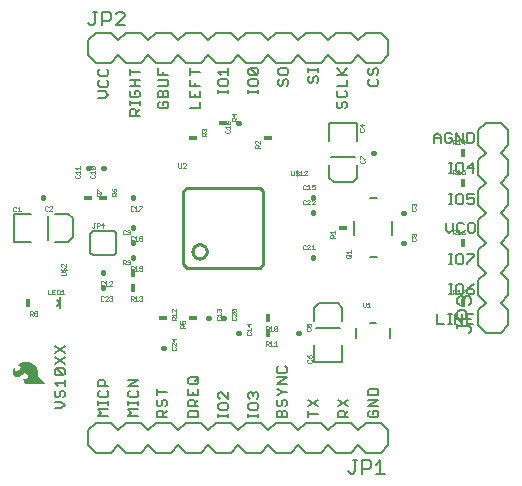
<source format=gbr>
G04 EAGLE Gerber RS-274X export*
G75*
%MOMM*%
%FSLAX34Y34*%
%LPD*%
%INSilkscreen Top*%
%IPPOS*%
%AMOC8*
5,1,8,0,0,1.08239X$1,22.5*%
G01*
%ADD10C,0.152400*%
%ADD11C,0.203200*%
%ADD12C,0.025400*%
%ADD13C,0.406400*%
%ADD14C,0.127000*%
%ADD15R,0.406400X0.711200*%
%ADD16C,0.254000*%
%ADD17R,0.711200X0.406400*%

G36*
X40620Y58297D02*
X40620Y58297D01*
X40624Y58295D01*
X40664Y58316D01*
X40706Y58333D01*
X40708Y58338D01*
X40712Y58340D01*
X40725Y58383D01*
X40741Y58425D01*
X40739Y58430D01*
X40741Y58434D01*
X40705Y58504D01*
X40700Y58514D01*
X40699Y58515D01*
X35217Y63387D01*
X34435Y64241D01*
X33846Y65231D01*
X33719Y65582D01*
X33654Y65950D01*
X33654Y68225D01*
X33652Y68230D01*
X33654Y68236D01*
X33530Y69600D01*
X33524Y69610D01*
X33526Y69622D01*
X33158Y70941D01*
X33150Y70949D01*
X33149Y70962D01*
X32549Y72192D01*
X32542Y72199D01*
X32539Y72210D01*
X31722Y73367D01*
X31714Y73372D01*
X31711Y73381D01*
X30739Y74412D01*
X30731Y74416D01*
X30728Y74422D01*
X30727Y74423D01*
X30726Y74424D01*
X29619Y75309D01*
X29609Y75311D01*
X29602Y75320D01*
X27921Y76267D01*
X27910Y76268D01*
X27900Y76276D01*
X26076Y76904D01*
X26065Y76903D01*
X26054Y76910D01*
X24147Y77198D01*
X24136Y77195D01*
X24124Y77200D01*
X22196Y77139D01*
X22187Y77135D01*
X22175Y77137D01*
X21136Y76930D01*
X21128Y76925D01*
X21118Y76925D01*
X20120Y76567D01*
X20113Y76561D01*
X20102Y76560D01*
X19168Y76058D01*
X19161Y76049D01*
X19149Y76046D01*
X18012Y75139D01*
X18006Y75128D01*
X17993Y75121D01*
X17072Y73995D01*
X17060Y73952D01*
X17044Y73911D01*
X17046Y73906D01*
X17045Y73900D01*
X17067Y73862D01*
X17085Y73822D01*
X17091Y73819D01*
X17093Y73815D01*
X17122Y73807D01*
X17170Y73789D01*
X18050Y73789D01*
X18171Y73773D01*
X18273Y73729D01*
X18613Y73455D01*
X18861Y73094D01*
X18926Y72920D01*
X18984Y72382D01*
X18886Y71852D01*
X18637Y71364D01*
X17986Y70462D01*
X17632Y70050D01*
X17222Y69699D01*
X16764Y69416D01*
X16270Y69210D01*
X15970Y69151D01*
X15667Y69163D01*
X15148Y69320D01*
X14688Y69606D01*
X14318Y70001D01*
X14063Y70482D01*
X13925Y70972D01*
X13867Y71483D01*
X13867Y72086D01*
X13867Y72087D01*
X13858Y72109D01*
X13829Y72177D01*
X13737Y72212D01*
X13727Y72208D01*
X13652Y72174D01*
X13649Y72172D01*
X13648Y72171D01*
X13647Y72170D01*
X13627Y72149D01*
X13625Y72145D01*
X13622Y72144D01*
X13621Y72140D01*
X13616Y72138D01*
X13278Y71703D01*
X13274Y71688D01*
X13262Y71676D01*
X13041Y71172D01*
X13041Y71171D01*
X12889Y70815D01*
X12788Y70587D01*
X12788Y70577D01*
X12781Y70567D01*
X12561Y69689D01*
X12563Y69680D01*
X12558Y69670D01*
X12472Y68770D01*
X12476Y68760D01*
X12472Y68748D01*
X12538Y67880D01*
X12544Y67869D01*
X12543Y67856D01*
X12774Y67016D01*
X12782Y67006D01*
X12783Y66993D01*
X13171Y66213D01*
X13179Y66206D01*
X13182Y66195D01*
X13742Y65418D01*
X13749Y65414D01*
X13753Y65405D01*
X14411Y64709D01*
X14422Y64704D01*
X14430Y64693D01*
X15033Y64262D01*
X15048Y64259D01*
X15061Y64247D01*
X15753Y63980D01*
X15769Y63980D01*
X15784Y63972D01*
X16521Y63885D01*
X16536Y63890D01*
X16553Y63886D01*
X17288Y63985D01*
X17301Y63993D01*
X17318Y63993D01*
X18006Y64273D01*
X18015Y64282D01*
X18029Y64285D01*
X19787Y65472D01*
X19793Y65480D01*
X19803Y65484D01*
X21344Y66937D01*
X21779Y67307D01*
X22282Y67547D01*
X22830Y67649D01*
X23386Y67606D01*
X23911Y67420D01*
X24371Y67105D01*
X24736Y66680D01*
X25029Y66137D01*
X25227Y65551D01*
X25324Y64941D01*
X25289Y64230D01*
X25082Y63552D01*
X24717Y62946D01*
X24389Y62633D01*
X23985Y62427D01*
X23569Y62334D01*
X23141Y62334D01*
X22726Y62427D01*
X22588Y62499D01*
X22474Y62617D01*
X21875Y63441D01*
X21804Y63574D01*
X21776Y63712D01*
X21792Y63870D01*
X21778Y63913D01*
X21767Y63958D01*
X21763Y63960D01*
X21762Y63964D01*
X21721Y63984D01*
X21682Y64007D01*
X21678Y64006D01*
X21674Y64008D01*
X21631Y63993D01*
X21587Y63980D01*
X21585Y63977D01*
X21581Y63976D01*
X21562Y63938D01*
X21541Y63902D01*
X21465Y63419D01*
X21467Y63414D01*
X21464Y63409D01*
X21391Y62469D01*
X21393Y62463D01*
X21391Y62457D01*
X21392Y62454D01*
X21391Y62449D01*
X21464Y61509D01*
X21469Y61499D01*
X21468Y61487D01*
X21652Y60788D01*
X21660Y60778D01*
X21661Y60764D01*
X21982Y60116D01*
X21991Y60108D01*
X21995Y60094D01*
X22440Y59524D01*
X22451Y59518D01*
X22457Y59506D01*
X23007Y59036D01*
X23019Y59032D01*
X23028Y59021D01*
X23760Y58620D01*
X23773Y58619D01*
X23784Y58610D01*
X24583Y58370D01*
X24596Y58371D01*
X24609Y58365D01*
X25440Y58295D01*
X25446Y58297D01*
X25451Y58295D01*
X40615Y58295D01*
X40620Y58297D01*
G37*
D10*
X93218Y31242D02*
X84575Y31242D01*
X87456Y34123D01*
X84575Y37004D01*
X93218Y37004D01*
X93218Y40597D02*
X93218Y43478D01*
X93218Y42038D02*
X84575Y42038D01*
X84575Y43478D02*
X84575Y40597D01*
X84575Y51156D02*
X86015Y52596D01*
X84575Y51156D02*
X84575Y48275D01*
X86015Y46834D01*
X91777Y46834D01*
X93218Y48275D01*
X93218Y51156D01*
X91777Y52596D01*
X93218Y56189D02*
X84575Y56189D01*
X84575Y60511D01*
X86015Y61951D01*
X88896Y61951D01*
X90337Y60511D01*
X90337Y56189D01*
X109975Y31242D02*
X118618Y31242D01*
X112856Y34123D02*
X109975Y31242D01*
X112856Y34123D02*
X109975Y37004D01*
X118618Y37004D01*
X118618Y40597D02*
X118618Y43478D01*
X118618Y42038D02*
X109975Y42038D01*
X109975Y43478D02*
X109975Y40597D01*
X109975Y51156D02*
X111415Y52596D01*
X109975Y51156D02*
X109975Y48275D01*
X111415Y46834D01*
X117177Y46834D01*
X118618Y48275D01*
X118618Y51156D01*
X117177Y52596D01*
X118618Y56189D02*
X109975Y56189D01*
X118618Y61951D01*
X109975Y61951D01*
X134105Y29972D02*
X142748Y29972D01*
X134105Y29972D02*
X134105Y34294D01*
X135545Y35734D01*
X138426Y35734D01*
X139867Y34294D01*
X139867Y29972D01*
X139867Y32853D02*
X142748Y35734D01*
X134105Y43649D02*
X135545Y45089D01*
X134105Y43649D02*
X134105Y40768D01*
X135545Y39327D01*
X136986Y39327D01*
X138426Y40768D01*
X138426Y43649D01*
X139867Y45089D01*
X141307Y45089D01*
X142748Y43649D01*
X142748Y40768D01*
X141307Y39327D01*
X142748Y51564D02*
X134105Y51564D01*
X134105Y54445D02*
X134105Y48682D01*
X160775Y29972D02*
X169418Y29972D01*
X169418Y34294D01*
X167977Y35734D01*
X162215Y35734D01*
X160775Y34294D01*
X160775Y29972D01*
X160775Y39327D02*
X169418Y39327D01*
X160775Y39327D02*
X160775Y43649D01*
X162215Y45089D01*
X165096Y45089D01*
X166537Y43649D01*
X166537Y39327D01*
X166537Y42208D02*
X169418Y45089D01*
X160775Y48682D02*
X160775Y54445D01*
X160775Y48682D02*
X169418Y48682D01*
X169418Y54445D01*
X165096Y51564D02*
X165096Y48682D01*
X167977Y58038D02*
X162215Y58038D01*
X160775Y59478D01*
X160775Y62359D01*
X162215Y63800D01*
X167977Y63800D01*
X169418Y62359D01*
X169418Y59478D01*
X167977Y58038D01*
X166537Y60919D02*
X169418Y63800D01*
X194818Y32853D02*
X194818Y29972D01*
X194818Y31413D02*
X186175Y31413D01*
X186175Y32853D02*
X186175Y29972D01*
X186175Y37649D02*
X186175Y40530D01*
X186175Y37649D02*
X187615Y36209D01*
X193377Y36209D01*
X194818Y37649D01*
X194818Y40530D01*
X193377Y41971D01*
X187615Y41971D01*
X186175Y40530D01*
X194818Y45564D02*
X194818Y51326D01*
X194818Y45564D02*
X189056Y51326D01*
X187615Y51326D01*
X186175Y49886D01*
X186175Y47005D01*
X187615Y45564D01*
X220218Y32853D02*
X220218Y29972D01*
X220218Y31413D02*
X211575Y31413D01*
X211575Y32853D02*
X211575Y29972D01*
X211575Y37649D02*
X211575Y40530D01*
X211575Y37649D02*
X213015Y36209D01*
X218777Y36209D01*
X220218Y37649D01*
X220218Y40530D01*
X218777Y41971D01*
X213015Y41971D01*
X211575Y40530D01*
X213015Y45564D02*
X211575Y47005D01*
X211575Y49886D01*
X213015Y51326D01*
X214456Y51326D01*
X215896Y49886D01*
X215896Y48445D01*
X215896Y49886D02*
X217337Y51326D01*
X218777Y51326D01*
X220218Y49886D01*
X220218Y47005D01*
X218777Y45564D01*
X235705Y29972D02*
X244348Y29972D01*
X235705Y29972D02*
X235705Y34294D01*
X237145Y35734D01*
X238586Y35734D01*
X240026Y34294D01*
X241467Y35734D01*
X242907Y35734D01*
X244348Y34294D01*
X244348Y29972D01*
X240026Y29972D02*
X240026Y34294D01*
X235705Y43649D02*
X237145Y45089D01*
X235705Y43649D02*
X235705Y40768D01*
X237145Y39327D01*
X238586Y39327D01*
X240026Y40768D01*
X240026Y43649D01*
X241467Y45089D01*
X242907Y45089D01*
X244348Y43649D01*
X244348Y40768D01*
X242907Y39327D01*
X237145Y48682D02*
X235705Y48682D01*
X237145Y48682D02*
X240026Y51564D01*
X237145Y54445D01*
X235705Y54445D01*
X240026Y51564D02*
X244348Y51564D01*
X244348Y58038D02*
X235705Y58038D01*
X244348Y63800D01*
X235705Y63800D01*
X235705Y71714D02*
X237145Y73155D01*
X235705Y71714D02*
X235705Y68833D01*
X237145Y67393D01*
X242907Y67393D01*
X244348Y68833D01*
X244348Y71714D01*
X242907Y73155D01*
X262375Y32853D02*
X271018Y32853D01*
X262375Y29972D02*
X262375Y35734D01*
X262375Y39327D02*
X271018Y45089D01*
X271018Y39327D02*
X262375Y45089D01*
X287775Y29972D02*
X296418Y29972D01*
X287775Y29972D02*
X287775Y34294D01*
X289215Y35734D01*
X292096Y35734D01*
X293537Y34294D01*
X293537Y29972D01*
X293537Y32853D02*
X296418Y35734D01*
X296418Y45089D02*
X287775Y39327D01*
X287775Y45089D02*
X296418Y39327D01*
X313175Y34294D02*
X314615Y35734D01*
X313175Y34294D02*
X313175Y31413D01*
X314615Y29972D01*
X320377Y29972D01*
X321818Y31413D01*
X321818Y34294D01*
X320377Y35734D01*
X317496Y35734D01*
X317496Y32853D01*
X313175Y39327D02*
X321818Y39327D01*
X321818Y45089D02*
X313175Y39327D01*
X313175Y45089D02*
X321818Y45089D01*
X321818Y48682D02*
X313175Y48682D01*
X321818Y48682D02*
X321818Y53004D01*
X320377Y54445D01*
X314615Y54445D01*
X313175Y53004D01*
X313175Y48682D01*
X371602Y108712D02*
X371602Y117355D01*
X371602Y108712D02*
X377364Y108712D01*
X380957Y108712D02*
X383838Y108712D01*
X382398Y108712D02*
X382398Y117355D01*
X383838Y117355D02*
X380957Y117355D01*
X387194Y117355D02*
X387194Y108712D01*
X392956Y108712D02*
X387194Y117355D01*
X392956Y117355D02*
X392956Y108712D01*
X396549Y117355D02*
X402311Y117355D01*
X396549Y117355D02*
X396549Y108712D01*
X402311Y108712D01*
X399430Y113034D02*
X396549Y113034D01*
X384643Y134112D02*
X381762Y134112D01*
X383203Y134112D02*
X383203Y142755D01*
X384643Y142755D02*
X381762Y142755D01*
X389439Y142755D02*
X392320Y142755D01*
X389439Y142755D02*
X387999Y141315D01*
X387999Y135553D01*
X389439Y134112D01*
X392320Y134112D01*
X393761Y135553D01*
X393761Y141315D01*
X392320Y142755D01*
X400235Y141315D02*
X403116Y142755D01*
X400235Y141315D02*
X397354Y138434D01*
X397354Y135553D01*
X398795Y134112D01*
X401676Y134112D01*
X403116Y135553D01*
X403116Y136993D01*
X401676Y138434D01*
X397354Y138434D01*
X384643Y159512D02*
X381762Y159512D01*
X383203Y159512D02*
X383203Y168155D01*
X384643Y168155D02*
X381762Y168155D01*
X389439Y168155D02*
X392320Y168155D01*
X389439Y168155D02*
X387999Y166715D01*
X387999Y160953D01*
X389439Y159512D01*
X392320Y159512D01*
X393761Y160953D01*
X393761Y166715D01*
X392320Y168155D01*
X397354Y168155D02*
X403116Y168155D01*
X403116Y166715D01*
X397354Y160953D01*
X397354Y159512D01*
X379222Y189063D02*
X379222Y194825D01*
X379222Y189063D02*
X382103Y186182D01*
X384984Y189063D01*
X384984Y194825D01*
X392899Y194825D02*
X394339Y193385D01*
X392899Y194825D02*
X390018Y194825D01*
X388577Y193385D01*
X388577Y187623D01*
X390018Y186182D01*
X392899Y186182D01*
X394339Y187623D01*
X399373Y194825D02*
X402254Y194825D01*
X399373Y194825D02*
X397932Y193385D01*
X397932Y187623D01*
X399373Y186182D01*
X402254Y186182D01*
X403695Y187623D01*
X403695Y193385D01*
X402254Y194825D01*
X384643Y210312D02*
X381762Y210312D01*
X383203Y210312D02*
X383203Y218955D01*
X384643Y218955D02*
X381762Y218955D01*
X389439Y218955D02*
X392320Y218955D01*
X389439Y218955D02*
X387999Y217515D01*
X387999Y211753D01*
X389439Y210312D01*
X392320Y210312D01*
X393761Y211753D01*
X393761Y217515D01*
X392320Y218955D01*
X397354Y218955D02*
X403116Y218955D01*
X397354Y218955D02*
X397354Y214634D01*
X400235Y216074D01*
X401676Y216074D01*
X403116Y214634D01*
X403116Y211753D01*
X401676Y210312D01*
X398795Y210312D01*
X397354Y211753D01*
X384643Y236982D02*
X381762Y236982D01*
X383203Y236982D02*
X383203Y245625D01*
X384643Y245625D02*
X381762Y245625D01*
X389439Y245625D02*
X392320Y245625D01*
X389439Y245625D02*
X387999Y244185D01*
X387999Y238423D01*
X389439Y236982D01*
X392320Y236982D01*
X393761Y238423D01*
X393761Y244185D01*
X392320Y245625D01*
X401676Y245625D02*
X401676Y236982D01*
X397354Y241304D02*
X401676Y245625D01*
X403116Y241304D02*
X397354Y241304D01*
X369062Y262382D02*
X369062Y268144D01*
X371943Y271025D01*
X374824Y268144D01*
X374824Y262382D01*
X374824Y266704D02*
X369062Y266704D01*
X382739Y271025D02*
X384179Y269585D01*
X382739Y271025D02*
X379858Y271025D01*
X378417Y269585D01*
X378417Y263823D01*
X379858Y262382D01*
X382739Y262382D01*
X384179Y263823D01*
X384179Y266704D01*
X381298Y266704D01*
X387772Y271025D02*
X387772Y262382D01*
X393535Y262382D02*
X387772Y271025D01*
X393535Y271025D02*
X393535Y262382D01*
X397128Y262382D02*
X397128Y271025D01*
X397128Y262382D02*
X401449Y262382D01*
X402890Y263823D01*
X402890Y269585D01*
X401449Y271025D01*
X397128Y271025D01*
X314615Y316404D02*
X313175Y314964D01*
X313175Y312083D01*
X314615Y310642D01*
X320377Y310642D01*
X321818Y312083D01*
X321818Y314964D01*
X320377Y316404D01*
X313175Y324319D02*
X314615Y325759D01*
X313175Y324319D02*
X313175Y321438D01*
X314615Y319997D01*
X316056Y319997D01*
X317496Y321438D01*
X317496Y324319D01*
X318937Y325759D01*
X320377Y325759D01*
X321818Y324319D01*
X321818Y321438D01*
X320377Y319997D01*
X287945Y297354D02*
X286505Y295914D01*
X286505Y293033D01*
X287945Y291592D01*
X289386Y291592D01*
X290826Y293033D01*
X290826Y295914D01*
X292267Y297354D01*
X293707Y297354D01*
X295148Y295914D01*
X295148Y293033D01*
X293707Y291592D01*
X286505Y305269D02*
X287945Y306709D01*
X286505Y305269D02*
X286505Y302388D01*
X287945Y300947D01*
X293707Y300947D01*
X295148Y302388D01*
X295148Y305269D01*
X293707Y306709D01*
X295148Y310302D02*
X286505Y310302D01*
X295148Y310302D02*
X295148Y316065D01*
X295148Y319658D02*
X286505Y319658D01*
X292267Y319658D02*
X286505Y325420D01*
X290826Y321098D02*
X295148Y325420D01*
X263815Y318944D02*
X262375Y317504D01*
X262375Y314623D01*
X263815Y313182D01*
X265256Y313182D01*
X266696Y314623D01*
X266696Y317504D01*
X268137Y318944D01*
X269577Y318944D01*
X271018Y317504D01*
X271018Y314623D01*
X269577Y313182D01*
X271018Y322537D02*
X271018Y325418D01*
X271018Y323978D02*
X262375Y323978D01*
X262375Y325418D02*
X262375Y322537D01*
X238415Y316404D02*
X236975Y314964D01*
X236975Y312083D01*
X238415Y310642D01*
X239856Y310642D01*
X241296Y312083D01*
X241296Y314964D01*
X242737Y316404D01*
X244177Y316404D01*
X245618Y314964D01*
X245618Y312083D01*
X244177Y310642D01*
X236975Y321438D02*
X236975Y324319D01*
X236975Y321438D02*
X238415Y319997D01*
X244177Y319997D01*
X245618Y321438D01*
X245618Y324319D01*
X244177Y325759D01*
X238415Y325759D01*
X236975Y324319D01*
X220218Y307173D02*
X220218Y304292D01*
X220218Y305733D02*
X211575Y305733D01*
X211575Y307173D02*
X211575Y304292D01*
X211575Y311969D02*
X211575Y314850D01*
X211575Y311969D02*
X213015Y310529D01*
X218777Y310529D01*
X220218Y311969D01*
X220218Y314850D01*
X218777Y316291D01*
X213015Y316291D01*
X211575Y314850D01*
X213015Y319884D02*
X218777Y319884D01*
X213015Y319884D02*
X211575Y321325D01*
X211575Y324206D01*
X213015Y325646D01*
X218777Y325646D01*
X220218Y324206D01*
X220218Y321325D01*
X218777Y319884D01*
X213015Y325646D01*
X194818Y307173D02*
X194818Y304292D01*
X194818Y305733D02*
X186175Y305733D01*
X186175Y307173D02*
X186175Y304292D01*
X186175Y311969D02*
X186175Y314850D01*
X186175Y311969D02*
X187615Y310529D01*
X193377Y310529D01*
X194818Y311969D01*
X194818Y314850D01*
X193377Y316291D01*
X187615Y316291D01*
X186175Y314850D01*
X189056Y319884D02*
X186175Y322765D01*
X194818Y322765D01*
X194818Y319884D02*
X194818Y325646D01*
X170688Y291592D02*
X162045Y291592D01*
X170688Y291592D02*
X170688Y297354D01*
X162045Y300947D02*
X162045Y306709D01*
X162045Y300947D02*
X170688Y300947D01*
X170688Y306709D01*
X166366Y303828D02*
X166366Y300947D01*
X162045Y310302D02*
X170688Y310302D01*
X162045Y310302D02*
X162045Y316065D01*
X166366Y313184D02*
X166366Y310302D01*
X170688Y322539D02*
X162045Y322539D01*
X162045Y319658D02*
X162045Y325420D01*
X136815Y297354D02*
X135375Y295914D01*
X135375Y293033D01*
X136815Y291592D01*
X142577Y291592D01*
X144018Y293033D01*
X144018Y295914D01*
X142577Y297354D01*
X139696Y297354D01*
X139696Y294473D01*
X135375Y300947D02*
X144018Y300947D01*
X135375Y300947D02*
X135375Y305269D01*
X136815Y306709D01*
X138256Y306709D01*
X139696Y305269D01*
X141137Y306709D01*
X142577Y306709D01*
X144018Y305269D01*
X144018Y300947D01*
X139696Y300947D02*
X139696Y305269D01*
X142577Y310302D02*
X135375Y310302D01*
X142577Y310302D02*
X144018Y311743D01*
X144018Y314624D01*
X142577Y316065D01*
X135375Y316065D01*
X135375Y319658D02*
X144018Y319658D01*
X135375Y319658D02*
X135375Y325420D01*
X139696Y322539D02*
X139696Y319658D01*
X119888Y285242D02*
X111245Y285242D01*
X111245Y289564D01*
X112685Y291004D01*
X115566Y291004D01*
X117007Y289564D01*
X117007Y285242D01*
X117007Y288123D02*
X119888Y291004D01*
X119888Y294597D02*
X119888Y297478D01*
X119888Y296038D02*
X111245Y296038D01*
X111245Y297478D02*
X111245Y294597D01*
X111245Y305156D02*
X112685Y306596D01*
X111245Y305156D02*
X111245Y302275D01*
X112685Y300834D01*
X118447Y300834D01*
X119888Y302275D01*
X119888Y305156D01*
X118447Y306596D01*
X115566Y306596D01*
X115566Y303715D01*
X111245Y310189D02*
X119888Y310189D01*
X115566Y310189D02*
X115566Y315951D01*
X111245Y315951D02*
X119888Y315951D01*
X119888Y322425D02*
X111245Y322425D01*
X111245Y319544D02*
X111245Y325307D01*
X90337Y300482D02*
X84575Y300482D01*
X90337Y300482D02*
X93218Y303363D01*
X90337Y306244D01*
X84575Y306244D01*
X84575Y314159D02*
X86015Y315599D01*
X84575Y314159D02*
X84575Y311278D01*
X86015Y309837D01*
X91777Y309837D01*
X93218Y311278D01*
X93218Y314159D01*
X91777Y315599D01*
X84575Y323514D02*
X86015Y324955D01*
X84575Y323514D02*
X84575Y320633D01*
X86015Y319192D01*
X91777Y319192D01*
X93218Y320633D01*
X93218Y323514D01*
X91777Y324955D01*
X53507Y37592D02*
X47745Y37592D01*
X53507Y37592D02*
X56388Y40473D01*
X53507Y43354D01*
X47745Y43354D01*
X47745Y51269D02*
X49185Y52709D01*
X47745Y51269D02*
X47745Y48388D01*
X49185Y46947D01*
X50626Y46947D01*
X52066Y48388D01*
X52066Y51269D01*
X53507Y52709D01*
X54947Y52709D01*
X56388Y51269D01*
X56388Y48388D01*
X54947Y46947D01*
X50626Y56302D02*
X47745Y59184D01*
X56388Y59184D01*
X56388Y62065D02*
X56388Y56302D01*
X54947Y65658D02*
X49185Y65658D01*
X47745Y67098D01*
X47745Y69979D01*
X49185Y71420D01*
X54947Y71420D01*
X56388Y69979D01*
X56388Y67098D01*
X54947Y65658D01*
X49185Y71420D01*
X47745Y75013D02*
X56388Y80775D01*
X56388Y75013D02*
X47745Y80775D01*
X47745Y84368D02*
X56388Y90130D01*
X56388Y84368D02*
X47745Y90130D01*
D11*
X331724Y97306D02*
X331724Y105894D01*
X303276Y105894D02*
X303276Y97306D01*
X314816Y109704D02*
X320184Y109704D01*
D12*
X308737Y123953D02*
X308737Y127130D01*
X308737Y123953D02*
X309373Y123317D01*
X310644Y123317D01*
X311279Y123953D01*
X311279Y127130D01*
X312479Y125859D02*
X313750Y127130D01*
X313750Y123317D01*
X312479Y123317D02*
X315021Y123317D01*
D13*
X254305Y101600D02*
X253695Y101600D01*
D12*
X261109Y105039D02*
X261744Y105675D01*
X261109Y105039D02*
X261109Y103768D01*
X261744Y103133D01*
X264286Y103133D01*
X264922Y103768D01*
X264922Y105039D01*
X264286Y105675D01*
X261109Y106875D02*
X261109Y109417D01*
X261109Y106875D02*
X263015Y106875D01*
X262380Y108146D01*
X262380Y108782D01*
X263015Y109417D01*
X264286Y109417D01*
X264922Y108782D01*
X264922Y107510D01*
X264286Y106875D01*
D11*
X291400Y91600D02*
X291400Y76600D01*
X267400Y76600D01*
X267400Y91600D01*
X291400Y111600D02*
X291400Y122600D01*
X287400Y126600D01*
X271400Y126600D01*
X267400Y122600D01*
X267400Y111600D01*
D14*
X269240Y105410D02*
X289560Y105410D01*
D12*
X262285Y78869D02*
X261650Y78234D01*
X261650Y76963D01*
X262285Y76327D01*
X264827Y76327D01*
X265463Y76963D01*
X265463Y78234D01*
X264827Y78869D01*
X262285Y81340D02*
X261650Y82611D01*
X262285Y81340D02*
X263556Y80069D01*
X264827Y80069D01*
X265463Y80705D01*
X265463Y81976D01*
X264827Y82611D01*
X264192Y82611D01*
X263556Y81976D01*
X263556Y80069D01*
D15*
X25400Y127000D03*
D12*
X26933Y119891D02*
X26933Y116078D01*
X26933Y119891D02*
X28839Y119891D01*
X29475Y119256D01*
X29475Y117985D01*
X28839Y117349D01*
X26933Y117349D01*
X28204Y117349D02*
X29475Y116078D01*
X30675Y119256D02*
X31310Y119891D01*
X32582Y119891D01*
X33217Y119256D01*
X33217Y118620D01*
X32582Y117985D01*
X33217Y117349D01*
X33217Y116714D01*
X32582Y116078D01*
X31310Y116078D01*
X30675Y116714D01*
X30675Y117349D01*
X31310Y117985D01*
X30675Y118620D01*
X30675Y119256D01*
X31310Y117985D02*
X32582Y117985D01*
D11*
X52500Y122400D02*
X52500Y127000D01*
X52500Y131600D01*
X52500Y127000D02*
X49400Y124662D01*
X52346Y127254D02*
X49400Y129184D01*
D12*
X42037Y134112D02*
X42037Y137925D01*
X42037Y134112D02*
X44579Y134112D01*
X45779Y137925D02*
X48321Y137925D01*
X45779Y137925D02*
X45779Y134112D01*
X48321Y134112D01*
X47050Y136019D02*
X45779Y136019D01*
X49521Y137925D02*
X49521Y134112D01*
X51428Y134112D01*
X52063Y134748D01*
X52063Y137290D01*
X51428Y137925D01*
X49521Y137925D01*
X53263Y136654D02*
X54534Y137925D01*
X54534Y134112D01*
X53263Y134112D02*
X55805Y134112D01*
D16*
X156750Y221500D02*
X159500Y224250D01*
X221500Y224250D01*
X224250Y221500D01*
X224250Y159500D01*
X221500Y156750D01*
X159500Y156750D01*
X156750Y159500D01*
X156750Y221500D01*
X164500Y170500D02*
X164502Y170654D01*
X164508Y170809D01*
X164518Y170963D01*
X164532Y171117D01*
X164550Y171270D01*
X164571Y171423D01*
X164597Y171576D01*
X164627Y171727D01*
X164660Y171878D01*
X164698Y172028D01*
X164739Y172177D01*
X164784Y172325D01*
X164833Y172471D01*
X164886Y172617D01*
X164942Y172760D01*
X165002Y172903D01*
X165066Y173043D01*
X165133Y173183D01*
X165204Y173320D01*
X165278Y173455D01*
X165356Y173589D01*
X165437Y173720D01*
X165522Y173849D01*
X165610Y173977D01*
X165701Y174101D01*
X165795Y174224D01*
X165893Y174344D01*
X165993Y174461D01*
X166097Y174576D01*
X166203Y174688D01*
X166312Y174797D01*
X166424Y174903D01*
X166539Y175007D01*
X166656Y175107D01*
X166776Y175205D01*
X166899Y175299D01*
X167023Y175390D01*
X167151Y175478D01*
X167280Y175563D01*
X167411Y175644D01*
X167545Y175722D01*
X167680Y175796D01*
X167817Y175867D01*
X167957Y175934D01*
X168097Y175998D01*
X168240Y176058D01*
X168383Y176114D01*
X168529Y176167D01*
X168675Y176216D01*
X168823Y176261D01*
X168972Y176302D01*
X169122Y176340D01*
X169273Y176373D01*
X169424Y176403D01*
X169577Y176429D01*
X169730Y176450D01*
X169883Y176468D01*
X170037Y176482D01*
X170191Y176492D01*
X170346Y176498D01*
X170500Y176500D01*
X170654Y176498D01*
X170809Y176492D01*
X170963Y176482D01*
X171117Y176468D01*
X171270Y176450D01*
X171423Y176429D01*
X171576Y176403D01*
X171727Y176373D01*
X171878Y176340D01*
X172028Y176302D01*
X172177Y176261D01*
X172325Y176216D01*
X172471Y176167D01*
X172617Y176114D01*
X172760Y176058D01*
X172903Y175998D01*
X173043Y175934D01*
X173183Y175867D01*
X173320Y175796D01*
X173455Y175722D01*
X173589Y175644D01*
X173720Y175563D01*
X173849Y175478D01*
X173977Y175390D01*
X174101Y175299D01*
X174224Y175205D01*
X174344Y175107D01*
X174461Y175007D01*
X174576Y174903D01*
X174688Y174797D01*
X174797Y174688D01*
X174903Y174576D01*
X175007Y174461D01*
X175107Y174344D01*
X175205Y174224D01*
X175299Y174101D01*
X175390Y173977D01*
X175478Y173849D01*
X175563Y173720D01*
X175644Y173589D01*
X175722Y173455D01*
X175796Y173320D01*
X175867Y173183D01*
X175934Y173043D01*
X175998Y172903D01*
X176058Y172760D01*
X176114Y172617D01*
X176167Y172471D01*
X176216Y172325D01*
X176261Y172177D01*
X176302Y172028D01*
X176340Y171878D01*
X176373Y171727D01*
X176403Y171576D01*
X176429Y171423D01*
X176450Y171270D01*
X176468Y171117D01*
X176482Y170963D01*
X176492Y170809D01*
X176498Y170654D01*
X176500Y170500D01*
X176498Y170346D01*
X176492Y170191D01*
X176482Y170037D01*
X176468Y169883D01*
X176450Y169730D01*
X176429Y169577D01*
X176403Y169424D01*
X176373Y169273D01*
X176340Y169122D01*
X176302Y168972D01*
X176261Y168823D01*
X176216Y168675D01*
X176167Y168529D01*
X176114Y168383D01*
X176058Y168240D01*
X175998Y168097D01*
X175934Y167957D01*
X175867Y167817D01*
X175796Y167680D01*
X175722Y167545D01*
X175644Y167411D01*
X175563Y167280D01*
X175478Y167151D01*
X175390Y167023D01*
X175299Y166899D01*
X175205Y166776D01*
X175107Y166656D01*
X175007Y166539D01*
X174903Y166424D01*
X174797Y166312D01*
X174688Y166203D01*
X174576Y166097D01*
X174461Y165993D01*
X174344Y165893D01*
X174224Y165795D01*
X174101Y165701D01*
X173977Y165610D01*
X173849Y165522D01*
X173720Y165437D01*
X173589Y165356D01*
X173455Y165278D01*
X173320Y165204D01*
X173183Y165133D01*
X173043Y165066D01*
X172903Y165002D01*
X172760Y164942D01*
X172617Y164886D01*
X172471Y164833D01*
X172325Y164784D01*
X172177Y164739D01*
X172028Y164698D01*
X171878Y164660D01*
X171727Y164627D01*
X171576Y164597D01*
X171423Y164571D01*
X171270Y164550D01*
X171117Y164532D01*
X170963Y164518D01*
X170809Y164508D01*
X170654Y164502D01*
X170500Y164500D01*
X170346Y164502D01*
X170191Y164508D01*
X170037Y164518D01*
X169883Y164532D01*
X169730Y164550D01*
X169577Y164571D01*
X169424Y164597D01*
X169273Y164627D01*
X169122Y164660D01*
X168972Y164698D01*
X168823Y164739D01*
X168675Y164784D01*
X168529Y164833D01*
X168383Y164886D01*
X168240Y164942D01*
X168097Y165002D01*
X167957Y165066D01*
X167817Y165133D01*
X167680Y165204D01*
X167545Y165278D01*
X167411Y165356D01*
X167280Y165437D01*
X167151Y165522D01*
X167023Y165610D01*
X166899Y165701D01*
X166776Y165795D01*
X166656Y165893D01*
X166539Y165993D01*
X166424Y166097D01*
X166312Y166203D01*
X166203Y166312D01*
X166097Y166424D01*
X165993Y166539D01*
X165893Y166656D01*
X165795Y166776D01*
X165701Y166899D01*
X165610Y167023D01*
X165522Y167151D01*
X165437Y167280D01*
X165356Y167411D01*
X165278Y167545D01*
X165204Y167680D01*
X165133Y167817D01*
X165066Y167957D01*
X165002Y168097D01*
X164942Y168240D01*
X164886Y168383D01*
X164833Y168529D01*
X164784Y168675D01*
X164739Y168823D01*
X164698Y168972D01*
X164660Y169122D01*
X164627Y169273D01*
X164597Y169424D01*
X164571Y169577D01*
X164550Y169730D01*
X164532Y169883D01*
X164518Y170037D01*
X164508Y170191D01*
X164502Y170346D01*
X164500Y170500D01*
D12*
X152527Y242063D02*
X152527Y245240D01*
X152527Y242063D02*
X153163Y241427D01*
X154434Y241427D01*
X155069Y242063D01*
X155069Y245240D01*
X156269Y241427D02*
X158811Y241427D01*
X156269Y241427D02*
X158811Y243969D01*
X158811Y244605D01*
X158176Y245240D01*
X156905Y245240D01*
X156269Y244605D01*
D11*
X28100Y178500D02*
X13100Y178500D01*
X13100Y202500D01*
X28100Y202500D01*
X48100Y178500D02*
X59100Y178500D01*
X63100Y182500D01*
X63100Y198500D01*
X59100Y202500D01*
X48100Y202500D01*
D14*
X41910Y200660D02*
X41910Y180340D01*
D12*
X15369Y207615D02*
X14734Y208250D01*
X13463Y208250D01*
X12827Y207615D01*
X12827Y205073D01*
X13463Y204437D01*
X14734Y204437D01*
X15369Y205073D01*
X16569Y206979D02*
X17840Y208250D01*
X17840Y204437D01*
X16569Y204437D02*
X19111Y204437D01*
D13*
X38100Y215595D02*
X38100Y216205D01*
D12*
X41539Y208791D02*
X42175Y208156D01*
X41539Y208791D02*
X40268Y208791D01*
X39633Y208156D01*
X39633Y205614D01*
X40268Y204978D01*
X41539Y204978D01*
X42175Y205614D01*
X43375Y204978D02*
X45917Y204978D01*
X43375Y204978D02*
X45917Y207520D01*
X45917Y208156D01*
X45282Y208791D01*
X44010Y208791D01*
X43375Y208156D01*
D13*
X342595Y203200D02*
X343205Y203200D01*
D12*
X350009Y206639D02*
X350644Y207275D01*
X350009Y206639D02*
X350009Y205368D01*
X350644Y204733D01*
X353186Y204733D01*
X353822Y205368D01*
X353822Y206639D01*
X353186Y207275D01*
X350644Y208475D02*
X350009Y209110D01*
X350009Y210382D01*
X350644Y211017D01*
X351280Y211017D01*
X351915Y210382D01*
X351915Y209746D01*
X351915Y210382D02*
X352551Y211017D01*
X353186Y211017D01*
X353822Y210382D01*
X353822Y209110D01*
X353186Y208475D01*
D13*
X343205Y177800D02*
X342595Y177800D01*
D12*
X350009Y181239D02*
X350644Y181875D01*
X350009Y181239D02*
X350009Y179968D01*
X350644Y179333D01*
X353186Y179333D01*
X353822Y179968D01*
X353822Y181239D01*
X353186Y181875D01*
X350644Y183075D02*
X350009Y183710D01*
X350009Y184982D01*
X350644Y185617D01*
X351280Y185617D01*
X351915Y184982D01*
X352551Y185617D01*
X353186Y185617D01*
X353822Y184982D01*
X353822Y183710D01*
X353186Y183075D01*
X352551Y183075D01*
X351915Y183710D01*
X351280Y183075D01*
X350644Y183075D01*
X351915Y183710D02*
X351915Y184982D01*
D11*
X301500Y184500D02*
X301500Y196500D01*
X314500Y215500D02*
X320500Y215500D01*
X333500Y196500D02*
X333500Y184500D01*
X320500Y165500D02*
X314500Y165500D01*
D12*
X297687Y165227D02*
X295145Y165227D01*
X294510Y165863D01*
X294510Y167134D01*
X295145Y167769D01*
X297687Y167769D01*
X298323Y167134D01*
X298323Y165863D01*
X297687Y165227D01*
X297052Y166498D02*
X298323Y167769D01*
X295781Y168969D02*
X294510Y170240D01*
X298323Y170240D01*
X298323Y168969D02*
X298323Y171511D01*
D17*
X292100Y190500D03*
D12*
X284988Y181737D02*
X281175Y181737D01*
X281175Y183644D01*
X281810Y184279D01*
X283081Y184279D01*
X283717Y183644D01*
X283717Y181737D01*
X283717Y183008D02*
X284988Y184279D01*
X282446Y185479D02*
X281175Y186750D01*
X284988Y186750D01*
X284988Y185479D02*
X284988Y188021D01*
D13*
X114300Y178105D02*
X114300Y177495D01*
D12*
X108079Y188090D02*
X107444Y188725D01*
X106173Y188725D01*
X105537Y188090D01*
X105537Y185548D01*
X106173Y184912D01*
X107444Y184912D01*
X108079Y185548D01*
X109279Y185548D02*
X109915Y184912D01*
X111186Y184912D01*
X111821Y185548D01*
X111821Y188090D01*
X111186Y188725D01*
X109915Y188725D01*
X109279Y188090D01*
X109279Y187454D01*
X109915Y186819D01*
X111821Y186819D01*
D17*
X228600Y266700D03*
D12*
X221488Y257937D02*
X217675Y257937D01*
X217675Y259844D01*
X218310Y260479D01*
X219581Y260479D01*
X220217Y259844D01*
X220217Y257937D01*
X220217Y259208D02*
X221488Y260479D01*
X221488Y261679D02*
X221488Y264221D01*
X221488Y261679D02*
X218946Y264221D01*
X218310Y264221D01*
X217675Y263586D01*
X217675Y262315D01*
X218310Y261679D01*
D17*
X165100Y114300D03*
D12*
X157988Y105537D02*
X154175Y105537D01*
X154175Y107444D01*
X154810Y108079D01*
X156081Y108079D01*
X156717Y107444D01*
X156717Y105537D01*
X156717Y106808D02*
X157988Y108079D01*
X154175Y109279D02*
X154175Y111821D01*
X154175Y109279D02*
X156081Y109279D01*
X155446Y110550D01*
X155446Y111186D01*
X156081Y111821D01*
X157352Y111821D01*
X157988Y111186D01*
X157988Y109915D01*
X157352Y109279D01*
D17*
X88900Y215900D03*
D12*
X96009Y217433D02*
X99822Y217433D01*
X96009Y217433D02*
X96009Y219339D01*
X96644Y219975D01*
X97915Y219975D01*
X98551Y219339D01*
X98551Y217433D01*
X98551Y218704D02*
X99822Y219975D01*
X96644Y222446D02*
X96009Y223717D01*
X96644Y222446D02*
X97915Y221175D01*
X99186Y221175D01*
X99822Y221810D01*
X99822Y223082D01*
X99186Y223717D01*
X98551Y223717D01*
X97915Y223082D01*
X97915Y221175D01*
D17*
X76200Y215900D03*
D12*
X83309Y217433D02*
X87122Y217433D01*
X83309Y217433D02*
X83309Y219339D01*
X83944Y219975D01*
X85215Y219975D01*
X85851Y219339D01*
X85851Y217433D01*
X85851Y218704D02*
X87122Y219975D01*
X83309Y221175D02*
X83309Y223717D01*
X83944Y223717D01*
X86486Y221175D01*
X87122Y221175D01*
D15*
X114300Y152400D03*
D12*
X105537Y159512D02*
X105537Y163325D01*
X107444Y163325D01*
X108079Y162690D01*
X108079Y161419D01*
X107444Y160783D01*
X105537Y160783D01*
X106808Y160783D02*
X108079Y159512D01*
X109279Y160148D02*
X109915Y159512D01*
X111186Y159512D01*
X111821Y160148D01*
X111821Y162690D01*
X111186Y163325D01*
X109915Y163325D01*
X109279Y162690D01*
X109279Y162054D01*
X109915Y161419D01*
X111821Y161419D01*
D13*
X89205Y241300D02*
X88595Y241300D01*
D12*
X78610Y235079D02*
X77975Y234444D01*
X77975Y233173D01*
X78610Y232537D01*
X81152Y232537D01*
X81788Y233173D01*
X81788Y234444D01*
X81152Y235079D01*
X79246Y236279D02*
X77975Y237550D01*
X81788Y237550D01*
X81788Y236279D02*
X81788Y238821D01*
X81152Y240021D02*
X78610Y240021D01*
X77975Y240657D01*
X77975Y241928D01*
X78610Y242563D01*
X81152Y242563D01*
X81788Y241928D01*
X81788Y240657D01*
X81152Y240021D01*
X78610Y242563D01*
D13*
X76505Y241300D02*
X75895Y241300D01*
D12*
X65910Y235079D02*
X65275Y234444D01*
X65275Y233173D01*
X65910Y232537D01*
X68452Y232537D01*
X69088Y233173D01*
X69088Y234444D01*
X68452Y235079D01*
X66546Y236279D02*
X65275Y237550D01*
X69088Y237550D01*
X69088Y236279D02*
X69088Y238821D01*
X66546Y240021D02*
X65275Y241292D01*
X69088Y241292D01*
X69088Y240021D02*
X69088Y242563D01*
D13*
X88900Y152705D02*
X88900Y152095D01*
D12*
X88597Y145291D02*
X89233Y144656D01*
X88597Y145291D02*
X87326Y145291D01*
X86691Y144656D01*
X86691Y142114D01*
X87326Y141478D01*
X88597Y141478D01*
X89233Y142114D01*
X90433Y144020D02*
X91704Y145291D01*
X91704Y141478D01*
X90433Y141478D02*
X92975Y141478D01*
X94175Y141478D02*
X96717Y141478D01*
X94175Y141478D02*
X96717Y144020D01*
X96717Y144656D01*
X96082Y145291D01*
X94810Y145291D01*
X94175Y144656D01*
X56641Y150191D02*
X53464Y150191D01*
X56641Y150191D02*
X57277Y150826D01*
X57277Y152097D01*
X56641Y152733D01*
X53464Y152733D01*
X56641Y153933D02*
X57277Y154568D01*
X57277Y155839D01*
X56641Y156475D01*
X56006Y156475D01*
X55370Y155839D01*
X55370Y154568D01*
X54735Y153933D01*
X54099Y153933D01*
X53464Y154568D01*
X53464Y155839D01*
X54099Y156475D01*
X52828Y155204D02*
X57913Y155204D01*
X57277Y157675D02*
X57277Y160217D01*
X57277Y157675D02*
X54735Y160217D01*
X54099Y160217D01*
X53464Y159582D01*
X53464Y158310D01*
X54099Y157675D01*
X248049Y235459D02*
X248049Y238636D01*
X248049Y235459D02*
X248684Y234823D01*
X249955Y234823D01*
X250591Y235459D01*
X250591Y238636D01*
X251791Y235459D02*
X252426Y234823D01*
X253697Y234823D01*
X254333Y235459D01*
X254333Y236094D01*
X253697Y236730D01*
X252426Y236730D01*
X251791Y237365D01*
X251791Y238001D01*
X252426Y238636D01*
X253697Y238636D01*
X254333Y238001D01*
X253062Y239272D02*
X253062Y234187D01*
X255533Y237365D02*
X256804Y238636D01*
X256804Y234823D01*
X255533Y234823D02*
X258075Y234823D01*
X259275Y234823D02*
X261817Y234823D01*
X259275Y234823D02*
X261817Y237365D01*
X261817Y238001D01*
X261182Y238636D01*
X259910Y238636D01*
X259275Y238001D01*
D11*
X280100Y264000D02*
X280100Y279000D01*
X304100Y279000D01*
X304100Y264000D01*
X280100Y244000D02*
X280100Y233000D01*
X284100Y229000D01*
X300100Y229000D01*
X304100Y233000D01*
X304100Y244000D01*
D14*
X302260Y250190D02*
X281940Y250190D01*
D12*
X306034Y273949D02*
X306669Y274585D01*
X306034Y273949D02*
X306034Y272678D01*
X306669Y272043D01*
X309211Y272043D01*
X309847Y272678D01*
X309847Y273949D01*
X309211Y274585D01*
X309847Y277692D02*
X306034Y277692D01*
X307940Y275785D01*
X307940Y278327D01*
D13*
X317195Y254000D02*
X317805Y254000D01*
D12*
X307210Y247779D02*
X306575Y247144D01*
X306575Y245873D01*
X307210Y245237D01*
X309752Y245237D01*
X310388Y245873D01*
X310388Y247144D01*
X309752Y247779D01*
X306575Y248979D02*
X306575Y251521D01*
X307210Y251521D01*
X309752Y248979D01*
X310388Y248979D01*
D13*
X178105Y114300D02*
X177495Y114300D01*
D12*
X184909Y113997D02*
X185544Y114633D01*
X184909Y113997D02*
X184909Y112726D01*
X185544Y112091D01*
X188086Y112091D01*
X188722Y112726D01*
X188722Y113997D01*
X188086Y114633D01*
X186180Y115833D02*
X184909Y117104D01*
X188722Y117104D01*
X188722Y115833D02*
X188722Y118375D01*
X185544Y119575D02*
X184909Y120210D01*
X184909Y121482D01*
X185544Y122117D01*
X186180Y122117D01*
X186815Y121482D01*
X186815Y120846D01*
X186815Y121482D02*
X187451Y122117D01*
X188086Y122117D01*
X188722Y121482D01*
X188722Y120210D01*
X188086Y119575D01*
D13*
X202895Y101600D02*
X203505Y101600D01*
D12*
X210309Y101297D02*
X210944Y101933D01*
X210309Y101297D02*
X210309Y100026D01*
X210944Y99391D01*
X213486Y99391D01*
X214122Y100026D01*
X214122Y101297D01*
X213486Y101933D01*
X211580Y103133D02*
X210309Y104404D01*
X214122Y104404D01*
X214122Y103133D02*
X214122Y105675D01*
X214122Y108782D02*
X210309Y108782D01*
X212215Y106875D01*
X212215Y109417D01*
D13*
X266700Y215595D02*
X266700Y216205D01*
D12*
X260479Y226190D02*
X259844Y226825D01*
X258573Y226825D01*
X257937Y226190D01*
X257937Y223648D01*
X258573Y223012D01*
X259844Y223012D01*
X260479Y223648D01*
X261679Y225554D02*
X262950Y226825D01*
X262950Y223012D01*
X261679Y223012D02*
X264221Y223012D01*
X265421Y226825D02*
X267963Y226825D01*
X265421Y226825D02*
X265421Y224919D01*
X266692Y225554D01*
X267328Y225554D01*
X267963Y224919D01*
X267963Y223648D01*
X267328Y223012D01*
X266057Y223012D01*
X265421Y223648D01*
D13*
X203505Y279400D02*
X202895Y279400D01*
D12*
X192910Y273179D02*
X192275Y272544D01*
X192275Y271273D01*
X192910Y270637D01*
X195452Y270637D01*
X196088Y271273D01*
X196088Y272544D01*
X195452Y273179D01*
X193546Y274379D02*
X192275Y275650D01*
X196088Y275650D01*
X196088Y274379D02*
X196088Y276921D01*
X192910Y279392D02*
X192275Y280663D01*
X192910Y279392D02*
X194181Y278121D01*
X195452Y278121D01*
X196088Y278757D01*
X196088Y280028D01*
X195452Y280663D01*
X194817Y280663D01*
X194181Y280028D01*
X194181Y278121D01*
D13*
X114300Y216205D02*
X114300Y215595D01*
D12*
X113997Y208791D02*
X114633Y208156D01*
X113997Y208791D02*
X112726Y208791D01*
X112091Y208156D01*
X112091Y205614D01*
X112726Y204978D01*
X113997Y204978D01*
X114633Y205614D01*
X115833Y207520D02*
X117104Y208791D01*
X117104Y204978D01*
X115833Y204978D02*
X118375Y204978D01*
X119575Y208791D02*
X122117Y208791D01*
X122117Y208156D01*
X119575Y205614D01*
X119575Y204978D01*
D13*
X114300Y190805D02*
X114300Y190195D01*
D12*
X113997Y183391D02*
X114633Y182756D01*
X113997Y183391D02*
X112726Y183391D01*
X112091Y182756D01*
X112091Y180214D01*
X112726Y179578D01*
X113997Y179578D01*
X114633Y180214D01*
X115833Y182120D02*
X117104Y183391D01*
X117104Y179578D01*
X115833Y179578D02*
X118375Y179578D01*
X119575Y182756D02*
X120210Y183391D01*
X121482Y183391D01*
X122117Y182756D01*
X122117Y182120D01*
X121482Y181485D01*
X122117Y180849D01*
X122117Y180214D01*
X121482Y179578D01*
X120210Y179578D01*
X119575Y180214D01*
X119575Y180849D01*
X120210Y181485D01*
X119575Y182120D01*
X119575Y182756D01*
X120210Y181485D02*
X121482Y181485D01*
D13*
X114300Y165405D02*
X114300Y164795D01*
D12*
X113997Y157991D02*
X114633Y157356D01*
X113997Y157991D02*
X112726Y157991D01*
X112091Y157356D01*
X112091Y154814D01*
X112726Y154178D01*
X113997Y154178D01*
X114633Y154814D01*
X115833Y156720D02*
X117104Y157991D01*
X117104Y154178D01*
X115833Y154178D02*
X118375Y154178D01*
X119575Y154814D02*
X120210Y154178D01*
X121482Y154178D01*
X122117Y154814D01*
X122117Y157356D01*
X121482Y157991D01*
X120210Y157991D01*
X119575Y157356D01*
X119575Y156720D01*
X120210Y156085D01*
X122117Y156085D01*
D13*
X190195Y114300D02*
X190805Y114300D01*
D12*
X197609Y113997D02*
X198244Y114633D01*
X197609Y113997D02*
X197609Y112726D01*
X198244Y112091D01*
X200786Y112091D01*
X201422Y112726D01*
X201422Y113997D01*
X200786Y114633D01*
X201422Y115833D02*
X201422Y118375D01*
X201422Y115833D02*
X198880Y118375D01*
X198244Y118375D01*
X197609Y117739D01*
X197609Y116468D01*
X198244Y115833D01*
X198244Y119575D02*
X200786Y119575D01*
X198244Y119575D02*
X197609Y120210D01*
X197609Y121482D01*
X198244Y122117D01*
X200786Y122117D01*
X201422Y121482D01*
X201422Y120210D01*
X200786Y119575D01*
X198244Y122117D01*
D13*
X266700Y164795D02*
X266700Y165405D01*
D12*
X260479Y175390D02*
X259844Y176025D01*
X258573Y176025D01*
X257937Y175390D01*
X257937Y172848D01*
X258573Y172212D01*
X259844Y172212D01*
X260479Y172848D01*
X261679Y172212D02*
X264221Y172212D01*
X261679Y172212D02*
X264221Y174754D01*
X264221Y175390D01*
X263586Y176025D01*
X262315Y176025D01*
X261679Y175390D01*
X265421Y174754D02*
X266692Y176025D01*
X266692Y172212D01*
X265421Y172212D02*
X267963Y172212D01*
D13*
X266700Y202895D02*
X266700Y203505D01*
D12*
X260479Y213490D02*
X259844Y214125D01*
X258573Y214125D01*
X257937Y213490D01*
X257937Y210948D01*
X258573Y210312D01*
X259844Y210312D01*
X260479Y210948D01*
X261679Y210312D02*
X264221Y210312D01*
X261679Y210312D02*
X264221Y212854D01*
X264221Y213490D01*
X263586Y214125D01*
X262315Y214125D01*
X261679Y213490D01*
X265421Y210312D02*
X267963Y210312D01*
X265421Y210312D02*
X267963Y212854D01*
X267963Y213490D01*
X267328Y214125D01*
X266057Y214125D01*
X265421Y213490D01*
D13*
X88900Y140005D02*
X88900Y139395D01*
D12*
X88597Y132591D02*
X89233Y131956D01*
X88597Y132591D02*
X87326Y132591D01*
X86691Y131956D01*
X86691Y129414D01*
X87326Y128778D01*
X88597Y128778D01*
X89233Y129414D01*
X90433Y128778D02*
X92975Y128778D01*
X90433Y128778D02*
X92975Y131320D01*
X92975Y131956D01*
X92339Y132591D01*
X91068Y132591D01*
X90433Y131956D01*
X94175Y131956D02*
X94810Y132591D01*
X96082Y132591D01*
X96717Y131956D01*
X96717Y131320D01*
X96082Y130685D01*
X95446Y130685D01*
X96082Y130685D02*
X96717Y130049D01*
X96717Y129414D01*
X96082Y128778D01*
X94810Y128778D01*
X94175Y129414D01*
D13*
X139395Y88900D02*
X140005Y88900D01*
D12*
X146809Y88597D02*
X147444Y89233D01*
X146809Y88597D02*
X146809Y87326D01*
X147444Y86691D01*
X149986Y86691D01*
X150622Y87326D01*
X150622Y88597D01*
X149986Y89233D01*
X150622Y90433D02*
X150622Y92975D01*
X150622Y90433D02*
X148080Y92975D01*
X147444Y92975D01*
X146809Y92339D01*
X146809Y91068D01*
X147444Y90433D01*
X146809Y96082D02*
X150622Y96082D01*
X148715Y94175D02*
X146809Y96082D01*
X148715Y96717D02*
X148715Y94175D01*
D17*
X139700Y114300D03*
D12*
X146809Y112091D02*
X150622Y112091D01*
X146809Y112091D02*
X146809Y113997D01*
X147444Y114633D01*
X148715Y114633D01*
X149351Y113997D01*
X149351Y112091D01*
X149351Y113362D02*
X150622Y114633D01*
X148080Y115833D02*
X146809Y117104D01*
X150622Y117104D01*
X150622Y115833D02*
X150622Y118375D01*
X150622Y119575D02*
X150622Y122117D01*
X150622Y119575D02*
X148080Y122117D01*
X147444Y122117D01*
X146809Y121482D01*
X146809Y120210D01*
X147444Y119575D01*
D15*
X114300Y139700D03*
D12*
X112091Y132591D02*
X112091Y128778D01*
X112091Y132591D02*
X113997Y132591D01*
X114633Y131956D01*
X114633Y130685D01*
X113997Y130049D01*
X112091Y130049D01*
X113362Y130049D02*
X114633Y128778D01*
X115833Y131320D02*
X117104Y132591D01*
X117104Y128778D01*
X115833Y128778D02*
X118375Y128778D01*
X119575Y131956D02*
X120210Y132591D01*
X121482Y132591D01*
X122117Y131956D01*
X122117Y131320D01*
X121482Y130685D01*
X120846Y130685D01*
X121482Y130685D02*
X122117Y130049D01*
X122117Y129414D01*
X121482Y128778D01*
X120210Y128778D01*
X119575Y129414D01*
D10*
X96900Y167800D02*
X80900Y167800D01*
X96900Y187800D02*
X97003Y187807D01*
X97106Y187811D01*
X97209Y187810D01*
X97313Y187806D01*
X97416Y187798D01*
X97518Y187786D01*
X97620Y187771D01*
X97722Y187751D01*
X97822Y187728D01*
X97922Y187701D01*
X98020Y187670D01*
X98118Y187636D01*
X98214Y187598D01*
X98308Y187556D01*
X98401Y187511D01*
X98492Y187463D01*
X98582Y187411D01*
X98669Y187356D01*
X98754Y187297D01*
X98837Y187236D01*
X98918Y187171D01*
X98996Y187103D01*
X99071Y187033D01*
X99144Y186960D01*
X99214Y186884D01*
X99281Y186805D01*
X99345Y186725D01*
X99406Y186641D01*
X99464Y186556D01*
X99519Y186468D01*
X99570Y186379D01*
X99618Y186287D01*
X99663Y186194D01*
X99704Y186099D01*
X99741Y186003D01*
X99775Y185906D01*
X99805Y185807D01*
X99832Y185707D01*
X99854Y185606D01*
X99873Y185505D01*
X99888Y185403D01*
X99900Y185300D01*
X80900Y187800D02*
X80797Y187807D01*
X80694Y187811D01*
X80591Y187810D01*
X80487Y187806D01*
X80384Y187798D01*
X80282Y187786D01*
X80180Y187771D01*
X80078Y187751D01*
X79978Y187728D01*
X79878Y187701D01*
X79780Y187670D01*
X79682Y187636D01*
X79586Y187598D01*
X79492Y187556D01*
X79399Y187511D01*
X79308Y187463D01*
X79218Y187411D01*
X79131Y187356D01*
X79046Y187297D01*
X78963Y187236D01*
X78882Y187171D01*
X78804Y187103D01*
X78729Y187033D01*
X78656Y186960D01*
X78586Y186884D01*
X78519Y186805D01*
X78455Y186725D01*
X78394Y186641D01*
X78336Y186556D01*
X78281Y186468D01*
X78230Y186379D01*
X78182Y186287D01*
X78137Y186194D01*
X78096Y186099D01*
X78059Y186003D01*
X78025Y185906D01*
X77995Y185807D01*
X77968Y185707D01*
X77946Y185606D01*
X77927Y185505D01*
X77912Y185403D01*
X77900Y185300D01*
X77900Y170300D02*
X77911Y170197D01*
X77926Y170095D01*
X77945Y169993D01*
X77968Y169893D01*
X77994Y169793D01*
X78024Y169694D01*
X78058Y169596D01*
X78095Y169500D01*
X78136Y169405D01*
X78181Y169312D01*
X78229Y169220D01*
X78280Y169131D01*
X78335Y169043D01*
X78393Y168958D01*
X78454Y168874D01*
X78518Y168793D01*
X78585Y168715D01*
X78655Y168639D01*
X78728Y168566D01*
X78804Y168495D01*
X78882Y168427D01*
X78962Y168363D01*
X79045Y168301D01*
X79130Y168243D01*
X79218Y168188D01*
X79307Y168136D01*
X79398Y168087D01*
X79491Y168042D01*
X79586Y168001D01*
X79682Y167963D01*
X79779Y167928D01*
X79878Y167898D01*
X79978Y167871D01*
X80078Y167847D01*
X80180Y167828D01*
X80282Y167812D01*
X80385Y167801D01*
X80488Y167793D01*
X80591Y167789D01*
X80694Y167788D01*
X80798Y167792D01*
X80901Y167800D01*
X96900Y167800D02*
X97003Y167793D01*
X97106Y167789D01*
X97209Y167790D01*
X97313Y167794D01*
X97416Y167802D01*
X97518Y167814D01*
X97620Y167829D01*
X97722Y167849D01*
X97822Y167872D01*
X97922Y167899D01*
X98020Y167930D01*
X98118Y167964D01*
X98214Y168002D01*
X98308Y168044D01*
X98401Y168089D01*
X98492Y168137D01*
X98582Y168189D01*
X98669Y168244D01*
X98754Y168303D01*
X98837Y168364D01*
X98918Y168429D01*
X98996Y168497D01*
X99071Y168567D01*
X99144Y168640D01*
X99214Y168716D01*
X99281Y168795D01*
X99345Y168875D01*
X99406Y168959D01*
X99464Y169044D01*
X99519Y169132D01*
X99570Y169221D01*
X99618Y169313D01*
X99663Y169406D01*
X99704Y169501D01*
X99741Y169597D01*
X99775Y169694D01*
X99805Y169793D01*
X99832Y169893D01*
X99854Y169994D01*
X99873Y170095D01*
X99888Y170197D01*
X99900Y170300D01*
X99900Y185300D01*
X77900Y185300D02*
X77900Y170300D01*
X80900Y187800D02*
X96900Y187800D01*
D12*
X80165Y190627D02*
X79529Y191263D01*
X80165Y190627D02*
X80800Y190627D01*
X81436Y191263D01*
X81436Y194440D01*
X82071Y194440D02*
X80800Y194440D01*
X83271Y194440D02*
X83271Y190627D01*
X83271Y194440D02*
X85178Y194440D01*
X85813Y193805D01*
X85813Y192534D01*
X85178Y191898D01*
X83271Y191898D01*
X88920Y190627D02*
X88920Y194440D01*
X87013Y192534D01*
X89555Y192534D01*
D11*
X158750Y0D02*
X171450Y0D01*
X158750Y0D02*
X152400Y6350D01*
X152400Y19050D02*
X158750Y25400D01*
X196850Y0D02*
X203200Y6350D01*
X196850Y0D02*
X184150Y0D01*
X177800Y6350D01*
X177800Y19050D02*
X184150Y25400D01*
X196850Y25400D01*
X203200Y19050D01*
X177800Y6350D02*
X171450Y0D01*
X177800Y19050D02*
X171450Y25400D01*
X158750Y25400D01*
X234950Y0D02*
X247650Y0D01*
X234950Y0D02*
X228600Y6350D01*
X228600Y19050D02*
X234950Y25400D01*
X228600Y6350D02*
X222250Y0D01*
X209550Y0D01*
X203200Y6350D01*
X203200Y19050D02*
X209550Y25400D01*
X222250Y25400D01*
X228600Y19050D01*
X273050Y0D02*
X279400Y6350D01*
X273050Y0D02*
X260350Y0D01*
X254000Y6350D01*
X254000Y19050D02*
X260350Y25400D01*
X273050Y25400D01*
X279400Y19050D01*
X254000Y6350D02*
X247650Y0D01*
X254000Y19050D02*
X247650Y25400D01*
X234950Y25400D01*
X311150Y0D02*
X323850Y0D01*
X311150Y0D02*
X304800Y6350D01*
X304800Y19050D02*
X311150Y25400D01*
X304800Y6350D02*
X298450Y0D01*
X285750Y0D01*
X279400Y6350D01*
X279400Y19050D02*
X285750Y25400D01*
X298450Y25400D01*
X304800Y19050D01*
X330200Y19050D02*
X330200Y6350D01*
X323850Y0D01*
X330200Y19050D02*
X323850Y25400D01*
X311150Y25400D01*
X146050Y0D02*
X133350Y0D01*
X127000Y6350D01*
X127000Y19050D02*
X133350Y25400D01*
X152400Y6350D02*
X146050Y0D01*
X152400Y19050D02*
X146050Y25400D01*
X133350Y25400D01*
X120650Y0D02*
X107950Y0D01*
X101600Y6350D01*
X101600Y19050D02*
X107950Y25400D01*
X127000Y6350D02*
X120650Y0D01*
X127000Y19050D02*
X120650Y25400D01*
X107950Y25400D01*
X95250Y0D02*
X82550Y0D01*
X76200Y6350D01*
X76200Y19050D01*
X82550Y25400D01*
X101600Y6350D02*
X95250Y0D01*
X101600Y19050D02*
X95250Y25400D01*
X82550Y25400D01*
D14*
X296515Y-15746D02*
X298422Y-17653D01*
X300328Y-17653D01*
X302235Y-15746D01*
X302235Y-6213D01*
X300328Y-6213D02*
X304142Y-6213D01*
X308209Y-6213D02*
X308209Y-17653D01*
X308209Y-6213D02*
X313929Y-6213D01*
X315836Y-8120D01*
X315836Y-11933D01*
X313929Y-13840D01*
X308209Y-13840D01*
X319903Y-10027D02*
X323716Y-6213D01*
X323716Y-17653D01*
X319903Y-17653D02*
X327529Y-17653D01*
D11*
X247650Y355600D02*
X234950Y355600D01*
X247650Y355600D02*
X254000Y349250D01*
X254000Y336550D02*
X247650Y330200D01*
X209550Y355600D02*
X203200Y349250D01*
X209550Y355600D02*
X222250Y355600D01*
X228600Y349250D01*
X228600Y336550D02*
X222250Y330200D01*
X209550Y330200D01*
X203200Y336550D01*
X228600Y349250D02*
X234950Y355600D01*
X228600Y336550D02*
X234950Y330200D01*
X247650Y330200D01*
X171450Y355600D02*
X158750Y355600D01*
X171450Y355600D02*
X177800Y349250D01*
X177800Y336550D02*
X171450Y330200D01*
X177800Y349250D02*
X184150Y355600D01*
X196850Y355600D01*
X203200Y349250D01*
X203200Y336550D02*
X196850Y330200D01*
X184150Y330200D01*
X177800Y336550D01*
X133350Y355600D02*
X127000Y349250D01*
X133350Y355600D02*
X146050Y355600D01*
X152400Y349250D01*
X152400Y336550D02*
X146050Y330200D01*
X133350Y330200D01*
X127000Y336550D01*
X152400Y349250D02*
X158750Y355600D01*
X152400Y336550D02*
X158750Y330200D01*
X171450Y330200D01*
X95250Y355600D02*
X82550Y355600D01*
X95250Y355600D02*
X101600Y349250D01*
X101600Y336550D02*
X95250Y330200D01*
X101600Y349250D02*
X107950Y355600D01*
X120650Y355600D01*
X127000Y349250D01*
X127000Y336550D02*
X120650Y330200D01*
X107950Y330200D01*
X101600Y336550D01*
X76200Y336550D02*
X76200Y349250D01*
X82550Y355600D01*
X76200Y336550D02*
X82550Y330200D01*
X95250Y330200D01*
X260350Y355600D02*
X273050Y355600D01*
X279400Y349250D01*
X279400Y336550D02*
X273050Y330200D01*
X254000Y349250D02*
X260350Y355600D01*
X254000Y336550D02*
X260350Y330200D01*
X273050Y330200D01*
X285750Y355600D02*
X298450Y355600D01*
X304800Y349250D01*
X304800Y336550D02*
X298450Y330200D01*
X279400Y349250D02*
X285750Y355600D01*
X279400Y336550D02*
X285750Y330200D01*
X298450Y330200D01*
X311150Y355600D02*
X323850Y355600D01*
X330200Y349250D01*
X330200Y336550D01*
X323850Y330200D01*
X304800Y349250D02*
X311150Y355600D01*
X304800Y336550D02*
X311150Y330200D01*
X323850Y330200D01*
D14*
X77980Y361823D02*
X76073Y363730D01*
X77980Y361823D02*
X79886Y361823D01*
X81793Y363730D01*
X81793Y373263D01*
X79886Y373263D02*
X83700Y373263D01*
X87767Y373263D02*
X87767Y361823D01*
X87767Y373263D02*
X93487Y373263D01*
X95393Y371356D01*
X95393Y367543D01*
X93487Y365636D01*
X87767Y365636D01*
X99461Y361823D02*
X107087Y361823D01*
X99461Y361823D02*
X107087Y369450D01*
X107087Y371356D01*
X105181Y373263D01*
X101368Y373263D01*
X99461Y371356D01*
D11*
X406400Y273050D02*
X406400Y260350D01*
X406400Y273050D02*
X412750Y279400D01*
X425450Y279400D02*
X431800Y273050D01*
X406400Y234950D02*
X412750Y228600D01*
X406400Y234950D02*
X406400Y247650D01*
X412750Y254000D01*
X425450Y254000D02*
X431800Y247650D01*
X431800Y234950D01*
X425450Y228600D01*
X412750Y254000D02*
X406400Y260350D01*
X425450Y254000D02*
X431800Y260350D01*
X431800Y273050D01*
X406400Y196850D02*
X406400Y184150D01*
X406400Y196850D02*
X412750Y203200D01*
X425450Y203200D02*
X431800Y196850D01*
X412750Y203200D02*
X406400Y209550D01*
X406400Y222250D01*
X412750Y228600D01*
X425450Y228600D02*
X431800Y222250D01*
X431800Y209550D01*
X425450Y203200D01*
X406400Y158750D02*
X412750Y152400D01*
X406400Y158750D02*
X406400Y171450D01*
X412750Y177800D01*
X425450Y177800D02*
X431800Y171450D01*
X431800Y158750D01*
X425450Y152400D01*
X412750Y177800D02*
X406400Y184150D01*
X425450Y177800D02*
X431800Y184150D01*
X431800Y196850D01*
X406400Y120650D02*
X406400Y107950D01*
X406400Y120650D02*
X412750Y127000D01*
X425450Y127000D02*
X431800Y120650D01*
X412750Y127000D02*
X406400Y133350D01*
X406400Y146050D01*
X412750Y152400D01*
X425450Y152400D02*
X431800Y146050D01*
X431800Y133350D01*
X425450Y127000D01*
X425450Y101600D02*
X412750Y101600D01*
X406400Y107950D01*
X425450Y101600D02*
X431800Y107950D01*
X431800Y120650D01*
X425450Y279400D02*
X412750Y279400D01*
D14*
X400177Y103380D02*
X398270Y101473D01*
X400177Y103380D02*
X400177Y105286D01*
X398270Y107193D01*
X388737Y107193D01*
X388737Y105286D02*
X388737Y109100D01*
X388737Y113167D02*
X400177Y113167D01*
X388737Y113167D02*
X388737Y118887D01*
X390644Y120793D01*
X394457Y120793D01*
X396364Y118887D01*
X396364Y113167D01*
X390644Y124861D02*
X388737Y126768D01*
X388737Y130581D01*
X390644Y132487D01*
X392551Y132487D01*
X394457Y130581D01*
X394457Y128674D01*
X394457Y130581D02*
X396364Y132487D01*
X398270Y132487D01*
X400177Y130581D01*
X400177Y126768D01*
X398270Y124861D01*
D17*
X165100Y266700D03*
D12*
X172209Y268233D02*
X176022Y268233D01*
X172209Y268233D02*
X172209Y270139D01*
X172844Y270775D01*
X174115Y270775D01*
X174751Y270139D01*
X174751Y268233D01*
X174751Y269504D02*
X176022Y270775D01*
X172844Y271975D02*
X172209Y272610D01*
X172209Y273882D01*
X172844Y274517D01*
X173480Y274517D01*
X174115Y273882D01*
X174115Y273246D01*
X174115Y273882D02*
X174751Y274517D01*
X175386Y274517D01*
X176022Y273882D01*
X176022Y272610D01*
X175386Y271975D01*
D17*
X190500Y279400D03*
D12*
X197609Y280933D02*
X201422Y280933D01*
X197609Y280933D02*
X197609Y282839D01*
X198244Y283475D01*
X199515Y283475D01*
X200151Y282839D01*
X200151Y280933D01*
X200151Y282204D02*
X201422Y283475D01*
X201422Y286582D02*
X197609Y286582D01*
X199515Y284675D01*
X199515Y287217D01*
D15*
X228600Y114300D03*
D12*
X226391Y107191D02*
X226391Y103378D01*
X226391Y107191D02*
X228297Y107191D01*
X228933Y106556D01*
X228933Y105285D01*
X228297Y104649D01*
X226391Y104649D01*
X227662Y104649D02*
X228933Y103378D01*
X230133Y105920D02*
X231404Y107191D01*
X231404Y103378D01*
X230133Y103378D02*
X232675Y103378D01*
X233875Y104014D02*
X233875Y106556D01*
X234510Y107191D01*
X235782Y107191D01*
X236417Y106556D01*
X236417Y104014D01*
X235782Y103378D01*
X234510Y103378D01*
X233875Y104014D01*
X236417Y106556D01*
D15*
X228600Y101600D03*
D12*
X226391Y94491D02*
X226391Y90678D01*
X226391Y94491D02*
X228297Y94491D01*
X228933Y93856D01*
X228933Y92585D01*
X228297Y91949D01*
X226391Y91949D01*
X227662Y91949D02*
X228933Y90678D01*
X230133Y93220D02*
X231404Y94491D01*
X231404Y90678D01*
X230133Y90678D02*
X232675Y90678D01*
X233875Y93220D02*
X235146Y94491D01*
X235146Y90678D01*
X233875Y90678D02*
X236417Y90678D01*
D15*
X393700Y254000D03*
D12*
X384937Y261112D02*
X384937Y264925D01*
X386844Y264925D01*
X387479Y264290D01*
X387479Y263019D01*
X386844Y262383D01*
X384937Y262383D01*
X386208Y262383D02*
X387479Y261112D01*
X388679Y263654D02*
X389950Y264925D01*
X389950Y261112D01*
X388679Y261112D02*
X391221Y261112D01*
X394328Y261112D02*
X394328Y264925D01*
X392421Y263019D01*
X394963Y263019D01*
D15*
X393700Y228600D03*
D12*
X384937Y235712D02*
X384937Y239525D01*
X386844Y239525D01*
X387479Y238890D01*
X387479Y237619D01*
X386844Y236983D01*
X384937Y236983D01*
X386208Y236983D02*
X387479Y235712D01*
X388679Y238254D02*
X389950Y239525D01*
X389950Y235712D01*
X388679Y235712D02*
X391221Y235712D01*
X392421Y239525D02*
X394963Y239525D01*
X392421Y239525D02*
X392421Y237619D01*
X393692Y238254D01*
X394328Y238254D01*
X394963Y237619D01*
X394963Y236348D01*
X394328Y235712D01*
X393057Y235712D01*
X392421Y236348D01*
D15*
X393700Y177800D03*
D12*
X384937Y184912D02*
X384937Y188725D01*
X386844Y188725D01*
X387479Y188090D01*
X387479Y186819D01*
X386844Y186183D01*
X384937Y186183D01*
X386208Y186183D02*
X387479Y184912D01*
X388679Y187454D02*
X389950Y188725D01*
X389950Y184912D01*
X388679Y184912D02*
X391221Y184912D01*
X393692Y188090D02*
X394963Y188725D01*
X393692Y188090D02*
X392421Y186819D01*
X392421Y185548D01*
X393057Y184912D01*
X394328Y184912D01*
X394963Y185548D01*
X394963Y186183D01*
X394328Y186819D01*
X392421Y186819D01*
D15*
X393700Y127000D03*
D12*
X384937Y134112D02*
X384937Y137925D01*
X386844Y137925D01*
X387479Y137290D01*
X387479Y136019D01*
X386844Y135383D01*
X384937Y135383D01*
X386208Y135383D02*
X387479Y134112D01*
X388679Y136654D02*
X389950Y137925D01*
X389950Y134112D01*
X388679Y134112D02*
X391221Y134112D01*
X392421Y137925D02*
X394963Y137925D01*
X394963Y137290D01*
X392421Y134748D01*
X392421Y134112D01*
M02*

</source>
